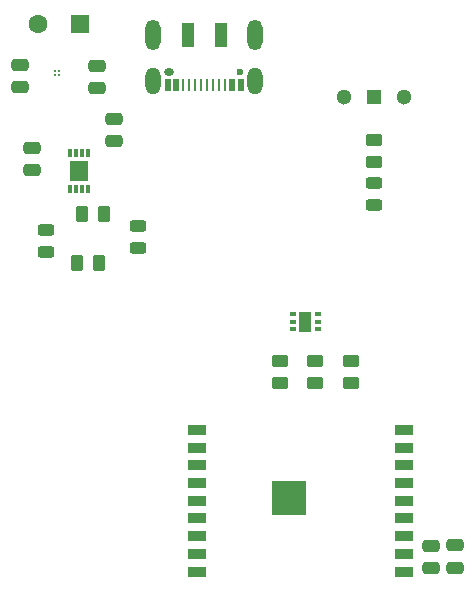
<source format=gbr>
%TF.GenerationSoftware,KiCad,Pcbnew,8.0.6*%
%TF.CreationDate,2024-10-24T11:44:03+02:00*%
%TF.ProjectId,IoT_Kicad_MP,496f545f-4b69-4636-9164-5f4d502e6b69,rev?*%
%TF.SameCoordinates,Original*%
%TF.FileFunction,Soldermask,Top*%
%TF.FilePolarity,Negative*%
%FSLAX46Y46*%
G04 Gerber Fmt 4.6, Leading zero omitted, Abs format (unit mm)*
G04 Created by KiCad (PCBNEW 8.0.6) date 2024-10-24 11:44:03*
%MOMM*%
%LPD*%
G01*
G04 APERTURE LIST*
G04 Aperture macros list*
%AMRoundRect*
0 Rectangle with rounded corners*
0 $1 Rounding radius*
0 $2 $3 $4 $5 $6 $7 $8 $9 X,Y pos of 4 corners*
0 Add a 4 corners polygon primitive as box body*
4,1,4,$2,$3,$4,$5,$6,$7,$8,$9,$2,$3,0*
0 Add four circle primitives for the rounded corners*
1,1,$1+$1,$2,$3*
1,1,$1+$1,$4,$5*
1,1,$1+$1,$6,$7*
1,1,$1+$1,$8,$9*
0 Add four rect primitives between the rounded corners*
20,1,$1+$1,$2,$3,$4,$5,0*
20,1,$1+$1,$4,$5,$6,$7,0*
20,1,$1+$1,$6,$7,$8,$9,0*
20,1,$1+$1,$8,$9,$2,$3,0*%
G04 Aperture macros list end*
%ADD10R,1.300000X1.300000*%
%ADD11C,1.300000*%
%ADD12R,0.300000X0.800000*%
%ADD13R,1.550000X1.750000*%
%ADD14R,0.600000X0.350000*%
%ADD15R,1.100000X1.700000*%
%ADD16R,0.165000X0.165000*%
%ADD17RoundRect,0.250000X-0.450000X0.262500X-0.450000X-0.262500X0.450000X-0.262500X0.450000X0.262500X0*%
%ADD18C,0.600000*%
%ADD19R,1.000000X2.000000*%
%ADD20O,0.850000X0.600000*%
%ADD21R,0.520000X1.000000*%
%ADD22R,0.270000X1.000000*%
%ADD23O,1.300000X2.300000*%
%ADD24O,1.300000X2.600000*%
%ADD25R,1.500000X0.900000*%
%ADD26R,2.900000X2.900000*%
%ADD27RoundRect,0.250000X0.262500X0.450000X-0.262500X0.450000X-0.262500X-0.450000X0.262500X-0.450000X0*%
%ADD28RoundRect,0.250000X0.550000X0.550000X-0.550000X0.550000X-0.550000X-0.550000X0.550000X-0.550000X0*%
%ADD29C,1.600000*%
%ADD30RoundRect,0.243750X-0.456250X0.243750X-0.456250X-0.243750X0.456250X-0.243750X0.456250X0.243750X0*%
%ADD31RoundRect,0.243750X0.456250X-0.243750X0.456250X0.243750X-0.456250X0.243750X-0.456250X-0.243750X0*%
%ADD32RoundRect,0.250000X-0.475000X0.250000X-0.475000X-0.250000X0.475000X-0.250000X0.475000X0.250000X0*%
%ADD33RoundRect,0.250000X0.475000X-0.250000X0.475000X0.250000X-0.475000X0.250000X-0.475000X-0.250000X0*%
G04 APERTURE END LIST*
D10*
%TO.C,S1*%
X132000000Y-58725000D03*
D11*
X129460000Y-58725000D03*
X134540000Y-58725000D03*
%TD*%
D12*
%TO.C,IC3*%
X107750000Y-63500000D03*
X107250000Y-63500000D03*
X106750000Y-63500000D03*
X106250000Y-63500000D03*
X106250000Y-66500000D03*
X106750000Y-66500000D03*
X107250000Y-66500000D03*
X107750000Y-66500000D03*
D13*
X107000000Y-65000000D03*
%TD*%
D14*
%TO.C,IC2*%
X127224000Y-78386500D03*
X127224000Y-77736500D03*
X127224000Y-77086500D03*
X125124000Y-77086500D03*
X125124000Y-77736500D03*
X125124000Y-78386500D03*
D15*
X126174000Y-77736500D03*
%TD*%
D16*
%TO.C,IC1*%
X105000000Y-56500000D03*
X105350000Y-56500000D03*
X105000000Y-56850000D03*
X105350000Y-56850000D03*
%TD*%
D17*
%TO.C,R6*%
X132000000Y-62375000D03*
X132000000Y-64200000D03*
%TD*%
D18*
%TO.C,J2*%
X120600000Y-56600000D03*
D19*
X119000000Y-53500000D03*
X116200000Y-53500000D03*
D20*
X114600000Y-56600000D03*
D21*
X120700000Y-57700000D03*
X119950000Y-57700000D03*
D22*
X119350000Y-57700000D03*
X117850000Y-57700000D03*
X116850000Y-57700000D03*
X115850000Y-57700000D03*
D21*
X115250000Y-57700000D03*
X114500000Y-57700000D03*
X114500000Y-57700000D03*
X115250000Y-57700000D03*
D22*
X116350000Y-57700000D03*
X117350000Y-57700000D03*
X118350000Y-57700000D03*
X118850000Y-57700000D03*
D21*
X119950000Y-57700000D03*
X120700000Y-57700000D03*
D23*
X121920000Y-57325000D03*
D24*
X121920000Y-53500000D03*
D23*
X113280000Y-57325000D03*
D24*
X113280000Y-53500000D03*
%TD*%
D25*
%TO.C,U1*%
X134510000Y-98900000D03*
X134510000Y-97400000D03*
X134510000Y-95900000D03*
X134510000Y-94400000D03*
X134510000Y-92900000D03*
X134510000Y-91400000D03*
X134510000Y-89900000D03*
X134510000Y-88400000D03*
X134510000Y-86900000D03*
X117010000Y-86900000D03*
X117010000Y-88400000D03*
X117010000Y-89900000D03*
X117010000Y-91400000D03*
X117010000Y-92900000D03*
X117010000Y-94400000D03*
X117010000Y-95900000D03*
X117010000Y-97400000D03*
X117010000Y-98900000D03*
D18*
X125900000Y-93250000D03*
X125900000Y-92150000D03*
X125350000Y-93800000D03*
X125350000Y-92700000D03*
X125350000Y-91600000D03*
X124800000Y-93250000D03*
D26*
X124800000Y-92700000D03*
D18*
X124800000Y-92150000D03*
X124250000Y-93800000D03*
X124250000Y-92700000D03*
X124250000Y-91600000D03*
X123700000Y-93250000D03*
X123700000Y-92150000D03*
%TD*%
D17*
%TO.C,R5*%
X130000000Y-81087500D03*
X130000000Y-82912500D03*
%TD*%
D27*
%TO.C,R4*%
X108700000Y-72800000D03*
X106875000Y-72800000D03*
%TD*%
D17*
%TO.C,R3*%
X124000000Y-81087500D03*
X124000000Y-82912500D03*
%TD*%
%TO.C,R2*%
X127000000Y-81087500D03*
X127000000Y-82912500D03*
%TD*%
D27*
%TO.C,R1*%
X109100000Y-68600000D03*
X107275000Y-68600000D03*
%TD*%
D28*
%TO.C,J1*%
X107100000Y-52500000D03*
D29*
X103500000Y-52500000D03*
%TD*%
D30*
%TO.C,D3*%
X104200000Y-70000000D03*
X104200000Y-71875000D03*
%TD*%
D31*
%TO.C,D2*%
X132000000Y-65962500D03*
X132000000Y-67837500D03*
%TD*%
%TO.C,D1*%
X112000000Y-71537500D03*
X112000000Y-69662500D03*
%TD*%
D32*
%TO.C,C6*%
X103000000Y-63000000D03*
X103000000Y-64900000D03*
%TD*%
D33*
%TO.C,C5*%
X110000000Y-62450000D03*
X110000000Y-60550000D03*
%TD*%
%TO.C,C4*%
X138865421Y-98585333D03*
X138865421Y-96685333D03*
%TD*%
%TO.C,C3*%
X136800000Y-98600000D03*
X136800000Y-96700000D03*
%TD*%
D32*
%TO.C,C2*%
X108500000Y-56050000D03*
X108500000Y-57950000D03*
%TD*%
%TO.C,C1*%
X102000000Y-56000000D03*
X102000000Y-57900000D03*
%TD*%
M02*

</source>
